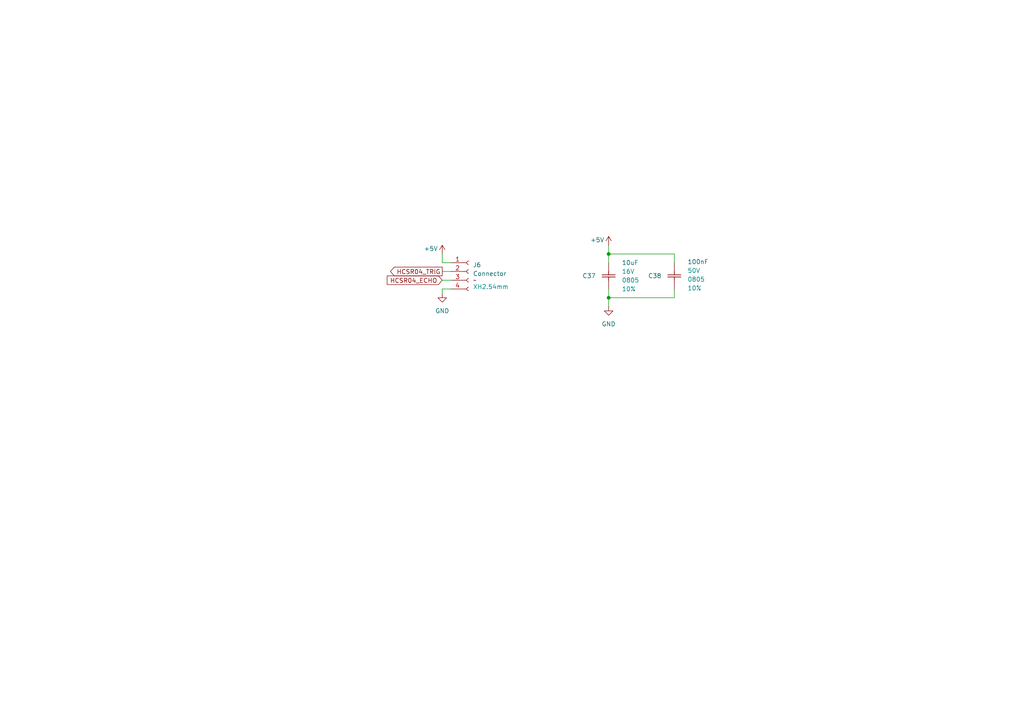
<source format=kicad_sch>
(kicad_sch (version 20250114) (generator "eeschema") (generator_version "9.0")
  (paper "A4")
  (title_block (title "HC-SR04") (date "2025-06-30"))
  (lib_symbols
    (symbol "automative_hexapod:Ceramic_Cap_0805_100nF_50V" (pin_numbers (hide yes)) (pin_names (hide yes))
      (property "Reference" "C" (at -1.524 2.794 0))
      (property "Value" "100nF" (at 0.508 -3.556 0))
      (property "Value 2" "50V" (at -0.762 -5.334 0))
      (property "Value 3" "0805" (at 0 -7.112 0))
      (property "Value 4" "10%" (at -0.508 -8.89 0))
      (symbol "Ceramic_Cap_0805_100nF_50V_1_1"
        (polyline (pts (xy -1.27 0) (xy -0.3302 0)) (stroke (width 0.2032)))
        (polyline (pts (xy -0.3302 -1.905) (xy -0.3302 1.905)) (stroke (width 0.2032)))
        (polyline (pts (xy 0.3048 0) (xy 1.27 0)) (stroke (width 0.2032)))
        (polyline (pts (xy 0.3048 -1.905) (xy 0.3048 1.905)) (stroke (width 0.2032)))
        (pin unspecified line (at -3.81 0 0) (length 2.54) (name "") (number "1"))
        (pin unspecified line (at 3.81 0 180) (length 2.54) (name "") (number "2"))
      )
    )
    (symbol "automative_hexapod:Ceramic_Cap_0805_10uF_16V" (pin_numbers (hide yes)) (pin_names (hide yes))
      (property "Reference" "C" (at -1.524 2.794 0))
      (property "Value" "10uF" (at 0.762 -3.048 0))
      (property "Value 2" "16V" (at 0.254 -4.826 0))
      (property "Value 3" "0805" (at 1.016 -6.604 0))
      (property "Value 4" "10%" (at 0.508 -8.382 0))
      (symbol "Ceramic_Cap_0805_10uF_16V_1_1"
        (polyline (pts (xy -1.27 0) (xy -0.3302 0)) (stroke (width 0.2032)))
        (polyline (pts (xy -0.3302 -1.905) (xy -0.3302 1.905)) (stroke (width 0.2032)))
        (polyline (pts (xy 0.3048 0) (xy 1.27 0)) (stroke (width 0.2032)))
        (polyline (pts (xy 0.3048 -1.905) (xy 0.3048 1.905)) (stroke (width 0.2032)))
        (pin unspecified line (at -3.81 0 0) (length 2.54) (name "") (number "1"))
        (pin unspecified line (at 3.81 0 180) (length 2.54) (name "") (number "2"))
      )
    )
    (symbol "automative_hexapod:JST-XH-SMD-4-2.54mm" (pin_names (offset 1.016) (hide yes))
      (property "Reference" "J" (at 0 5.08 0))
      (property "Value" "Connector" (at 6.858 2.032 0))
      (property "Value 2" "~" (at 0 0 0))
      (property "Value 3" "XH2.54mm" (at 7.366 -0.508 0))
      (symbol "JST-XH-SMD-4-2.54mm_1_1"
        (polyline (pts (xy -1.27 2.54) (xy -0.508 2.54)) (stroke (width 0.1524)))
        (polyline (pts (xy -1.27 0) (xy -0.508 0)) (stroke (width 0.1524)))
        (polyline (pts (xy -1.27 -2.54) (xy -0.508 -2.54)) (stroke (width 0.1524)))
        (polyline (pts (xy -1.27 -5.08) (xy -0.508 -5.08)) (stroke (width 0.1524)))
        (arc (start 0 2.032) (mid -0.5058 2.54) (end 0 3.048) (stroke (width 0.1524)))
        (arc (start 0 -0.508) (mid -0.5058 0) (end 0 0.508) (stroke (width 0.1524)))
        (arc (start 0 -3.048) (mid -0.5058 -2.54) (end 0 -2.032) (stroke (width 0.1524)))
        (arc (start 0 -5.588) (mid -0.5058 -5.08) (end 0 -4.572) (stroke (width 0.1524)))
        (pin passive line (at -5.08 2.54 0) (length 3.81) (name "Pin_1") (number "1"))
        (pin passive line (at -5.08 0 0) (length 3.81) (name "Pin_2") (number "2"))
        (pin passive line (at -5.08 -2.54 0) (length 3.81) (name "Pin_3") (number "3"))
        (pin passive line (at -5.08 -5.08 0) (length 3.81) (name "Pin_4") (number "4"))
      )
    )
    (symbol "power:+5V" (power) (pin_numbers (hide yes)) (pin_names (offset 0) (hide yes))
      (property "Value" "+5V" (at 0 3.556 0))
      (symbol "+5V_0_1"
        (polyline (pts (xy -0.762 1.27) (xy 0 2.54)))
        (polyline (pts (xy 0 2.54) (xy 0.762 1.27)))
        (polyline (pts (xy 0 0) (xy 0 2.54)))
      )
      (symbol "+5V_1_1"
        (pin power_in line (at 0 0 90) (length 0) (name "~") (number "1"))
      )
    )
    (symbol "power:GND" (power) (pin_numbers (hide yes)) (pin_names (offset 0) (hide yes))
      (property "Value" "GND" (at 0 -3.81 0))
      (symbol "GND_0_1"
        (polyline (pts (xy 0 0) (xy 0 -1.27) (xy 1.27 -1.27) (xy 0 -2.54) (xy -1.27 -1.27) (xy 0 -1.27)))
      )
      (symbol "GND_1_1"
        (pin power_in line (at 0 0 270) (length 0) (name "~") (number "1"))
      )
    )
  )
  (junction (at 176.53 73.66))
  (junction (at 176.53 86.36))
  (wire (pts (xy 176.53 71.12) (xy 176.53 73.66)))
  (wire (pts (xy 195.58 86.36) (xy 195.58 83.82)))
  (wire (pts (xy 130.81 83.82) (xy 128.27 83.82)))
  (wire (pts (xy 128.27 73.66) (xy 128.27 76.2)))
  (wire (pts (xy 195.58 73.66) (xy 176.53 73.66)))
  (wire (pts (xy 195.58 76.2) (xy 195.58 73.66)))
  (wire (pts (xy 128.27 76.2) (xy 130.81 76.2)))
  (wire (pts (xy 176.53 83.82) (xy 176.53 86.36)))
  (wire (pts (xy 128.27 78.74) (xy 130.81 78.74)))
  (wire (pts (xy 176.53 86.36) (xy 176.53 88.9)))
  (wire (pts (xy 176.53 86.36) (xy 195.58 86.36)))
  (wire (pts (xy 176.53 73.66) (xy 176.53 76.2)))
  (wire (pts (xy 128.27 83.82) (xy 128.27 85.09)))
  (wire (pts (xy 128.27 81.28) (xy 130.81 81.28)))
  (global_label "HCSR04_ECHO" (shape input) (at 128.27 81.28 180) (property "Intersheetrefs" "${INTERSHEET_REFS}" (effects (hide yes))))
  (global_label "HCSR04_TRIG" (shape output) (at 128.27 78.74 180) (property "Intersheetrefs" "${INTERSHEET_REFS}" (effects (hide yes))))
  (symbol (lib_id "automative_hexapod:Ceramic_Cap_0805_100nF_50V") (at 195.58 80.01 90) (unit 1)
    (property "Reference" "C38" (at 187.96 80.01 90) (effects (justify right)))
    (property "Value" "100nF" (at 199.39 75.946 90) (effects (justify right)))
    (property "Footprint" "automative_hexapod:Ceramic_Cap_0805" (effects (hide yes)))
    (property "Description" "10%, 0805 (2012 Metric)" (effects (hide yes)))
    (property "Value 2" "50V" (at 199.39 78.486 90) (effects (justify right)))
    (property "Value 3" "0805" (at 199.39 81.026 90) (effects (justify right)))
    (property "Value 4" "10%" (at 199.39 83.566 90) (effects (justify right)))
    (property "Supply Name" "Thegioiic" (effects (hide yes)))
    (property "Supply Part Number" "Tụ Gốm 0805 100nF (0.1uF) 50V" (effects (hide yes)))
    (property "Supply URL" "https://www.Thegioiic.com/tu-gom-0805-100nf-0-1uf-50v" (effects (hide yes)))
  )
  (symbol (lib_id "power:GND") (at 128.27 85.09 0) (unit 1)
    (property "Reference" "#PWR094" (effects (hide yes)))
    (property "Value" "GND" (at 128.27 90.17 0))
    (property "Description" "Power symbol creates a global label with name \"GND\" , ground" (effects (hide yes)))
  )
  (symbol (lib_id "automative_hexapod:JST-XH-SMD-4-2.54mm") (at 135.89 78.74 0) (unit 1)
    (property "Reference" "J6" (at 137.16 76.8349 0) (effects (justify left)))
    (property "Value" "Connector" (at 137.16 79.3749 0) (effects (justify left)))
    (property "Footprint" "automative_hexapod:JST-XH-SMD-4-2.54mm" (effects (hide yes)))
    (property "Description" "250V 3A" (effects (hide yes)))
    (property "Value 2" "~" (at 137.16 81.28 0) (effects (justify left)))
    (property "Value 3" "XH2.54mm" (at 137.16 83.1849 0) (effects (justify left)))
    (property "Supply Name" "Thegioiic" (effects (hide yes)))
    (property "Supply Part Number" "Đầu XH2.54mm 4 Chân Dán SMD Nằm Ngang" (effects (hide yes)))
    (property "Supply URL" "https://www.Thegioiic.com/dau-xh2-54mm-4-chan-dan-smd-nam-ngang" (effects (hide yes)))
  )
  (symbol (lib_id "power:GND") (at 176.53 88.9 0) (unit 1)
    (property "Reference" "#PWR096" (effects (hide yes)))
    (property "Value" "GND" (at 176.53 93.98 0))
    (property "Description" "Power symbol creates a global label with name \"GND\" , ground" (effects (hide yes)))
  )
  (symbol (lib_id "power:+5V") (at 176.53 71.12 0) (unit 1)
    (property "Reference" "#PWR095" (effects (hide yes)))
    (property "Value" "+5V" (at 173.228 69.596 0))
    (property "Description" "Power symbol creates a global label with name \"+5V\"" (effects (hide yes)))
  )
  (symbol (lib_id "automative_hexapod:Ceramic_Cap_0805_10uF_16V") (at 176.53 80.01 90) (unit 1)
    (property "Reference" "C37" (at 168.91 80.01 90) (effects (justify right)))
    (property "Value" "10uF" (at 180.34 76.2 90) (effects (justify right)))
    (property "Footprint" "automative_hexapod:Ceramic_Cap_0805" (effects (hide yes)))
    (property "Description" "10%, 0805 (2012 Metric)" (effects (hide yes)))
    (property "Value 2" "16V" (at 180.34 78.74 90) (effects (justify right)))
    (property "Value 3" "0805" (at 180.34 81.28 90) (effects (justify right)))
    (property "Value 4" "10%" (at 180.34 83.82 90) (effects (justify right)))
    (property "Supply Name" "Thegioiic" (effects (hide yes)))
    (property "Supply Part Number" "Tụ Gốm 0805 10uF 16V" (effects (hide yes)))
    (property "Supply URL" "https://www.Thegioiic.com/tu-gom-0805-10uf-16v" (effects (hide yes)))
  )
  (symbol (lib_id "power:+5V") (at 128.27 73.66 0) (unit 1)
    (property "Reference" "#PWR093" (effects (hide yes)))
    (property "Value" "+5V" (at 124.968 72.136 0))
    (property "Description" "Power symbol creates a global label with name \"+5V\"" (effects (hide yes)))
  )
)
</source>
